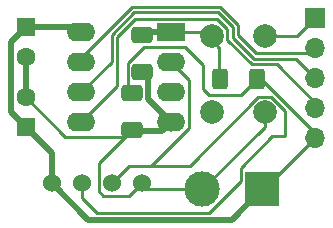
<source format=gbr>
%TF.GenerationSoftware,KiCad,Pcbnew,6.0.2+dfsg-1*%
%TF.CreationDate,2023-04-28T20:35:40-04:00*%
%TF.ProjectId,lamp-remote-mcu,6c616d70-2d72-4656-9d6f-74652d6d6375,rev?*%
%TF.SameCoordinates,Original*%
%TF.FileFunction,Copper,L1,Top*%
%TF.FilePolarity,Positive*%
%FSLAX46Y46*%
G04 Gerber Fmt 4.6, Leading zero omitted, Abs format (unit mm)*
G04 Created by KiCad (PCBNEW 6.0.2+dfsg-1) date 2023-04-28 20:35:40*
%MOMM*%
%LPD*%
G01*
G04 APERTURE LIST*
G04 Aperture macros list*
%AMRoundRect*
0 Rectangle with rounded corners*
0 $1 Rounding radius*
0 $2 $3 $4 $5 $6 $7 $8 $9 X,Y pos of 4 corners*
0 Add a 4 corners polygon primitive as box body*
4,1,4,$2,$3,$4,$5,$6,$7,$8,$9,$2,$3,0*
0 Add four circle primitives for the rounded corners*
1,1,$1+$1,$2,$3*
1,1,$1+$1,$4,$5*
1,1,$1+$1,$6,$7*
1,1,$1+$1,$8,$9*
0 Add four rect primitives between the rounded corners*
20,1,$1+$1,$2,$3,$4,$5,0*
20,1,$1+$1,$4,$5,$6,$7,0*
20,1,$1+$1,$6,$7,$8,$9,0*
20,1,$1+$1,$8,$9,$2,$3,0*%
G04 Aperture macros list end*
%TA.AperFunction,ComponentPad*%
%ADD10R,1.700000X1.700000*%
%TD*%
%TA.AperFunction,ComponentPad*%
%ADD11O,1.700000X1.700000*%
%TD*%
%TA.AperFunction,SMDPad,CuDef*%
%ADD12RoundRect,0.250000X0.650000X-0.412500X0.650000X0.412500X-0.650000X0.412500X-0.650000X-0.412500X0*%
%TD*%
%TA.AperFunction,SMDPad,CuDef*%
%ADD13RoundRect,0.250000X-0.650000X0.412500X-0.650000X-0.412500X0.650000X-0.412500X0.650000X0.412500X0*%
%TD*%
%TA.AperFunction,SMDPad,CuDef*%
%ADD14RoundRect,0.250000X-0.400000X-0.625000X0.400000X-0.625000X0.400000X0.625000X-0.400000X0.625000X0*%
%TD*%
%TA.AperFunction,ComponentPad*%
%ADD15R,3.000000X3.000000*%
%TD*%
%TA.AperFunction,ComponentPad*%
%ADD16C,3.000000*%
%TD*%
%TA.AperFunction,ComponentPad*%
%ADD17R,1.600000X1.600000*%
%TD*%
%TA.AperFunction,ComponentPad*%
%ADD18C,1.600000*%
%TD*%
%TA.AperFunction,ComponentPad*%
%ADD19R,2.400000X1.600000*%
%TD*%
%TA.AperFunction,ComponentPad*%
%ADD20O,2.400000X1.600000*%
%TD*%
%TA.AperFunction,ComponentPad*%
%ADD21C,1.524000*%
%TD*%
%TA.AperFunction,ComponentPad*%
%ADD22C,2.000000*%
%TD*%
%TA.AperFunction,Conductor*%
%ADD23C,0.250000*%
%TD*%
%TA.AperFunction,Conductor*%
%ADD24C,0.500000*%
%TD*%
G04 APERTURE END LIST*
D10*
%TO.P,REF\u002A\u002A,1*%
%TO.N,GND*%
X144500000Y-89500000D03*
D11*
%TO.P,REF\u002A\u002A,2*%
%TO.N,SCK*%
X144500000Y-92040000D03*
%TO.P,REF\u002A\u002A,3*%
%TO.N,MISO*%
X144500000Y-94580000D03*
%TO.P,REF\u002A\u002A,4*%
%TO.N,MOSI*%
X144500000Y-97120000D03*
%TO.P,REF\u002A\u002A,5*%
%TO.N,VCC*%
X144500000Y-99660000D03*
%TD*%
D12*
%TO.P,C2,1*%
%TO.N,GND*%
X128971507Y-98990358D03*
%TO.P,C2,2*%
%TO.N,VCC*%
X128971507Y-95865358D03*
%TD*%
D13*
%TO.P,C1,1*%
%TO.N,Net-(C1-Pad1)*%
X129877561Y-90965954D03*
%TO.P,C1,2*%
%TO.N,GND*%
X129877561Y-94090954D03*
%TD*%
D14*
%TO.P,R1,1*%
%TO.N,Net-(C1-Pad1)*%
X136456727Y-94664416D03*
%TO.P,R1,2*%
%TO.N,VCC*%
X139556727Y-94664416D03*
%TD*%
D15*
%TO.P,J1,1,Pin_1*%
%TO.N,VCC*%
X140040000Y-104000000D03*
D16*
%TO.P,J1,2,Pin_2*%
%TO.N,GND*%
X134960000Y-104000000D03*
%TD*%
D17*
%TO.P,C3,1*%
%TO.N,VCC*%
X120000000Y-90294888D03*
D18*
%TO.P,C3,2*%
%TO.N,GND*%
X120000000Y-92794888D03*
%TD*%
D19*
%TO.P,U1,1,~{RESET}/PB5*%
%TO.N,Net-(C1-Pad1)*%
X132325000Y-90700000D03*
D20*
%TO.P,U1,2,PB3*%
%TO.N,RX*%
X132325000Y-93240000D03*
%TO.P,U1,3,PB4*%
%TO.N,RELAY*%
X132325000Y-95780000D03*
%TO.P,U1,4,GND*%
%TO.N,GND*%
X132325000Y-98320000D03*
%TO.P,U1,5,PB0*%
%TO.N,MOSI*%
X124705000Y-98320000D03*
%TO.P,U1,6,PB1*%
%TO.N,MISO*%
X124705000Y-95780000D03*
%TO.P,U1,7,PB2*%
%TO.N,SCK*%
X124705000Y-93240000D03*
%TO.P,U1,8,VCC*%
%TO.N,VCC*%
X124705000Y-90700000D03*
%TD*%
D21*
%TO.P,J2,1,Pin_1*%
%TO.N,VCC*%
X122190000Y-103500000D03*
%TO.P,J2,2,Pin_2*%
%TO.N,RX*%
X124730000Y-103500000D03*
%TO.P,J2,3,Pin_3*%
X127270000Y-103500000D03*
%TO.P,J2,4,Pin_4*%
%TO.N,GND*%
X129810000Y-103500000D03*
%TD*%
D22*
%TO.P,SW1,1,A*%
%TO.N,Net-(C1-Pad1)*%
X135750000Y-91000000D03*
X135750000Y-97500000D03*
%TO.P,SW1,3,B*%
%TO.N,GND*%
X140250000Y-91000000D03*
X140250000Y-97500000D03*
%TD*%
D17*
%TO.P,C4,1*%
%TO.N,VCC*%
X120000000Y-98705113D03*
D18*
%TO.P,C4,2*%
%TO.N,GND*%
X120000000Y-96205113D03*
%TD*%
D23*
%TO.N,Net-(C1-Pad1)*%
X136380880Y-94588569D02*
X136380880Y-92016598D01*
D24*
X130143515Y-90700000D02*
X129877561Y-90965954D01*
D23*
X136456727Y-94664416D02*
X136380880Y-94588569D01*
X136380880Y-92016598D02*
X135750000Y-91385718D01*
X135450000Y-90700000D02*
X135750000Y-91000000D01*
X135750000Y-91385718D02*
X135750000Y-91000000D01*
X132325000Y-90700000D02*
X135450000Y-90700000D01*
D24*
X132325000Y-90700000D02*
X130143515Y-90700000D01*
%TO.N,GND*%
X128971507Y-98990358D02*
X129043649Y-99062500D01*
X130330588Y-94543981D02*
X130330588Y-96325588D01*
X131582500Y-99062500D02*
X132325000Y-98320000D01*
X129877561Y-94090954D02*
X130330588Y-94543981D01*
D23*
X140250000Y-91000000D02*
X143000000Y-91000000D01*
D24*
X120000000Y-96205113D02*
X120000000Y-92794888D01*
D23*
X128723489Y-104586511D02*
X126586511Y-104586511D01*
X134960000Y-104000000D02*
X130310000Y-104000000D01*
D24*
X129043649Y-99062500D02*
X131582500Y-99062500D01*
D23*
X123364407Y-99569520D02*
X128392345Y-99569520D01*
X129810000Y-103500000D02*
X128723489Y-104586511D01*
X130310000Y-104000000D02*
X129810000Y-103500000D01*
D24*
X130330588Y-96325588D02*
X132325000Y-98320000D01*
D23*
X126586511Y-104586511D02*
X126183489Y-104183489D01*
X120000000Y-96205113D02*
X123364407Y-99569520D01*
D24*
X132325000Y-98865000D02*
X132325000Y-98320000D01*
D23*
X128392345Y-99569520D02*
X128971507Y-98990358D01*
X143000000Y-91000000D02*
X144500000Y-89500000D01*
X126183489Y-104183489D02*
X126183489Y-101778376D01*
X126183489Y-101778376D02*
X128971507Y-98990358D01*
X140250000Y-98710000D02*
X140250000Y-97500000D01*
X134960000Y-104000000D02*
X140250000Y-98710000D01*
%TO.N,VCC*%
X135500000Y-96000000D02*
X138221143Y-96000000D01*
X140160000Y-104000000D02*
X144500000Y-99660000D01*
D24*
X120000000Y-98705113D02*
X118750489Y-97455602D01*
D23*
X128653041Y-93346959D02*
X130000000Y-92000000D01*
X128971507Y-95865358D02*
X128653041Y-95546892D01*
D24*
X122190000Y-103500000D02*
X125264511Y-106574511D01*
D23*
X135000000Y-95500000D02*
X135500000Y-96000000D01*
X138221143Y-96000000D02*
X139556727Y-94664416D01*
X128653041Y-95546892D02*
X128653041Y-93346959D01*
D24*
X125264511Y-106574511D02*
X137465489Y-106574511D01*
X118750489Y-97455602D02*
X118750489Y-91544399D01*
D23*
X144500000Y-99660000D02*
X144500000Y-99241153D01*
X135000000Y-93500000D02*
X135000000Y-95500000D01*
D24*
X122190000Y-100895113D02*
X120000000Y-98705113D01*
X120000000Y-90294888D02*
X124299888Y-90294888D01*
D23*
X144500000Y-99241153D02*
X139923263Y-94664416D01*
D24*
X124299888Y-90294888D02*
X124705000Y-90700000D01*
D23*
X133500000Y-92000000D02*
X135000000Y-93500000D01*
X140040000Y-104000000D02*
X140160000Y-104000000D01*
D24*
X137465489Y-106574511D02*
X140040000Y-104000000D01*
D23*
X130000000Y-92000000D02*
X133500000Y-92000000D01*
D24*
X118750489Y-91544399D02*
X120000000Y-90294888D01*
D23*
X139923263Y-94664416D02*
X139556727Y-94664416D01*
D24*
X122190000Y-103500000D02*
X122190000Y-100895113D01*
D23*
%TO.N,RX*%
X132325000Y-93240000D02*
X133849520Y-94764520D01*
X133849520Y-98785791D02*
X130635311Y-102000000D01*
X126000000Y-106000000D02*
X135540249Y-106000000D01*
X138215489Y-102175489D02*
X140890978Y-99500000D01*
X138215489Y-103324760D02*
X138215489Y-102175489D01*
X124730000Y-103500000D02*
X124730000Y-104730000D01*
X133849520Y-94764520D02*
X133849520Y-98785791D01*
X128770000Y-102000000D02*
X127270000Y-103500000D01*
X124730000Y-104730000D02*
X126000000Y-106000000D01*
X142000000Y-99500000D02*
X142000000Y-97376857D01*
X139701368Y-96175489D02*
X133876857Y-102000000D01*
X133876857Y-102000000D02*
X130635311Y-102000000D01*
X135540249Y-106000000D02*
X138215489Y-103324760D01*
X130635311Y-102000000D02*
X128770000Y-102000000D01*
X140798632Y-96175489D02*
X139701368Y-96175489D01*
X140890978Y-99500000D02*
X142000000Y-99500000D01*
X142000000Y-97376857D02*
X140798632Y-96175489D01*
%TO.N,MOSI*%
X129258962Y-89575489D02*
X136198632Y-89575489D01*
X141245195Y-93409060D02*
X144500000Y-96663865D01*
X127738266Y-95286734D02*
X127738266Y-91096185D01*
X144500000Y-96663865D02*
X144500000Y-97120000D01*
X139137624Y-93409060D02*
X141245195Y-93409060D01*
X137074511Y-90451368D02*
X137074511Y-91345947D01*
X124705000Y-98320000D02*
X127738266Y-95286734D01*
X136198632Y-89575489D02*
X137074511Y-90451368D01*
X127738266Y-91096185D02*
X129258962Y-89575489D01*
X137074511Y-91345947D02*
X139137624Y-93409060D01*
%TO.N,MISO*%
X137524031Y-90265170D02*
X136258861Y-89000000D01*
X144500000Y-94580000D02*
X142879540Y-92959540D01*
X127288746Y-90909987D02*
X127288746Y-93196254D01*
X136258861Y-89000000D02*
X129198733Y-89000000D01*
X127288746Y-93196254D02*
X124705000Y-95780000D01*
X139323822Y-92959540D02*
X137524031Y-91159749D01*
X137524031Y-91159749D02*
X137524031Y-90265170D01*
X142879540Y-92959540D02*
X139323822Y-92959540D01*
X129198733Y-89000000D02*
X127288746Y-90909987D01*
%TO.N,SCK*%
X129012535Y-88550480D02*
X124705000Y-92858015D01*
X137973551Y-90973551D02*
X137973551Y-90078972D01*
X124705000Y-92858015D02*
X124705000Y-93240000D01*
X136445059Y-88550480D02*
X129012535Y-88550480D01*
X139510020Y-92510020D02*
X137973551Y-90973551D01*
X144029980Y-92510020D02*
X139510020Y-92510020D01*
X144500000Y-92040000D02*
X144029980Y-92510020D01*
X137973551Y-90078972D02*
X136445059Y-88550480D01*
%TD*%
M02*

</source>
